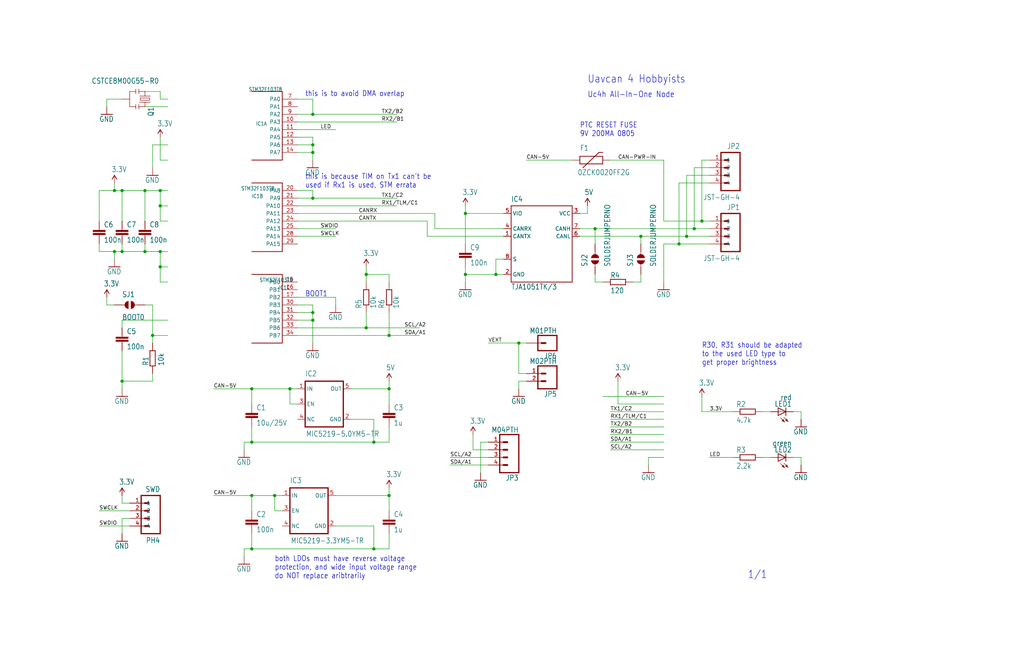
<source format=kicad_sch>
(kicad_sch (version 20211123) (generator eeschema)
  (paper "User" 340.919 218.313)
  (lib_symbols
    (symbol "uc4h node v2100-eagle-import:3.3V" (power)
      (property "Value" "3.3V" (at -1.016 3.556 0))
      (symbol "3.3V_1_0"
        (pin power_in line (at 0 0 90) (length 2.54) (name "3.3V") (number "1"))
      )
    )
    (symbol "uc4h node v2100-eagle-import:5V" (power)
      (property "Value" "5V" (at -1.016 3.556 0))
      (symbol "5V_1_0"
        (pin power_in line (at 0 0 90) (length 2.54) (name "5V") (number "1"))
      )
    )
    (symbol "uc4h node v2100-eagle-import:C-EUC0603K"
      (property "Reference" "C" (at 1.524 0.381 0))
      (property "Value" "C-EUC0603K" (at 1.524 -4.699 0))
      (symbol "C-EUC0603K_1_0"
        (pin passive line (at 0 2.54 270) (length 2.54) (name "1") (number "1"))
        (pin passive line (at 0 -5.08 90) (length 2.54) (name "2") (number "2"))
      )
    )
    (symbol "uc4h node v2100-eagle-import:C-EUC1206"
      (property "Reference" "C" (at 1.524 0.381 0))
      (property "Value" "C-EUC1206" (at 1.524 -4.699 0))
      (symbol "C-EUC1206_1_0"
        (pin passive line (at 0 2.54 270) (length 2.54) (name "1") (number "1"))
        (pin passive line (at 0 -5.08 90) (length 2.54) (name "2") (number "2"))
      )
    )
    (symbol "uc4h node v2100-eagle-import:FUSE-PTCFUSE-0805"
      (property "Value" "FUSE-PTCFUSE-0805" (at -3.302 -5.08 0))
      (symbol "FUSE-PTCFUSE-0805_1_0"
        (pin bidirectional line (at -5.08 0 0) (length 2.54) (name "1") (number "1"))
        (pin bidirectional line (at 7.62 0 180) (length 2.54) (name "2") (number "2"))
      )
    )
    (symbol "uc4h node v2100-eagle-import:GND" (power)
      (property "Value" "GND" (at -2.54 -2.54 0))
      (symbol "GND_1_0"
        (pin power_in line (at 0 2.54 270) (length 2.54) (name "GND") (number "1"))
      )
    )
    (symbol "uc4h node v2100-eagle-import:JST-GH-4"
      (property "Value" "JST-GH-4" (at 0 -11.43 0))
      (symbol "JST-GH-4_1_0"
        (pin passive line (at -10.16 0 0) (length 5.08) (name "1") (number "1"))
        (pin passive line (at -10.16 -2.54 0) (length 5.08) (name "2") (number "2"))
        (pin passive line (at -10.16 -5.08 0) (length 5.08) (name "3") (number "3"))
        (pin passive line (at -10.16 -7.62 0) (length 5.08) (name "4") (number "4"))
      )
    )
    (symbol "uc4h node v2100-eagle-import:LEDCHIPLED_0603"
      (property "Reference" "LED" (at 3.556 -4.572 90))
      (property "Value" "LEDCHIPLED_0603" (at 5.715 -4.572 90))
      (symbol "LEDCHIPLED_0603_1_0"
        (pin passive line (at 0 2.54 270) (length 2.54) (name "A") (number "A"))
        (pin passive line (at 0 -5.08 90) (length 2.54) (name "C") (number "C"))
      )
    )
    (symbol "uc4h node v2100-eagle-import:M01PTH"
      (property "Reference" "JP" (at -2.54 3.302 0))
      (property "Value" "M01PTH" (at -2.54 -5.08 0))
      (symbol "M01PTH_1_0"
        (pin passive line (at 7.62 0 180) (length 5.08) (name "1") (number "1"))
      )
    )
    (symbol "uc4h node v2100-eagle-import:M02PTH"
      (property "Reference" "JP" (at -2.54 5.842 0))
      (property "Value" "M02PTH" (at -2.54 -5.08 0))
      (symbol "M02PTH_1_0"
        (pin passive line (at 7.62 0 180) (length 5.08) (name "1") (number "1"))
        (pin passive line (at 7.62 2.54 180) (length 5.08) (name "2") (number "2"))
      )
    )
    (symbol "uc4h node v2100-eagle-import:M04PTH"
      (property "Reference" "JP" (at -5.08 8.382 0))
      (property "Value" "M04PTH" (at -5.08 -7.62 0))
      (symbol "M04PTH_1_0"
        (pin passive line (at 5.08 -2.54 180) (length 5.08) (name "1") (number "1"))
        (pin passive line (at 5.08 0 180) (length 5.08) (name "2") (number "2"))
        (pin passive line (at 5.08 2.54 180) (length 5.08) (name "3") (number "3"))
        (pin passive line (at 5.08 5.08 180) (length 5.08) (name "4") (number "4"))
      )
    )
    (symbol "uc4h node v2100-eagle-import:P4X1_1P27-OCT_BILEX"
      (property "Reference" "JP" (at 0 5.588 0))
      (property "Value" "P4X1_1P27-OCT_BILEX" (at 0 -11.43 0))
      (symbol "P4X1_1P27-OCT_BILEX_1_0"
        (pin passive line (at -10.16 0 0) (length 5.08) (name "1") (number "1"))
        (pin passive line (at -10.16 -2.54 0) (length 5.08) (name "2") (number "2"))
        (pin passive line (at -10.16 -5.08 0) (length 5.08) (name "3") (number "3"))
        (pin passive line (at -10.16 -7.62 0) (length 5.08) (name "4") (number "4"))
      )
    )
    (symbol "uc4h node v2100-eagle-import:R-EU_R0603"
      (property "Reference" "R" (at -3.81 1.4986 0))
      (property "Value" "R-EU_R0603" (at -3.81 -3.302 0))
      (symbol "R-EU_R0603_1_0"
        (pin passive line (at -5.08 0 0) (length 2.54) (name "1") (number "1"))
        (pin passive line (at 5.08 0 180) (length 2.54) (name "2") (number "2"))
      )
    )
    (symbol "uc4h node v2100-eagle-import:RESONATORSMD"
      (property "Reference" "Y" (at 2.54 1.016 0))
      (property "Value" "RESONATORSMD" (at 2.54 -7.62 0))
      (symbol "RESONATORSMD_1_0"
        (pin passive line (at -2.54 0 0) (length 0) (name "1") (number "1"))
        (pin passive line (at 0 -7.62 90) (length 0) (name "2") (number "2"))
        (pin passive line (at 2.54 0 180) (length 0) (name "3") (number "3"))
      )
    )
    (symbol "uc4h node v2100-eagle-import:SOLDERJUMPERNO"
      (property "Reference" "SJ" (at -2.54 2.54 0))
      (property "Value" "SOLDERJUMPERNO" (at -2.54 -5.08 0))
      (symbol "SOLDERJUMPERNO_1_0"
        (pin passive line (at -5.08 0 0) (length 2.54) (name "1") (number "1"))
        (pin passive line (at 5.08 0 180) (length 2.54) (name "2") (number "2"))
      )
    )
    (symbol "uc4h node v2100-eagle-import:STM32F10XTXU6"
      (property "Reference" "U" (at -5.08 5.08 0))
      (property "Value" "STM32F10XTXU6" (at -5.08 -7.62 0))
      (symbol "STM32F10XTXU6_1_0"
        (pin bidirectional line (at -7.62 0 0) (length 5.08) (name "PA3") (number "10"))
        (pin bidirectional line (at -7.62 -2.54 0) (length 5.08) (name "PA4") (number "11"))
        (pin bidirectional line (at -7.62 -5.08 0) (length 5.08) (name "PA5") (number "12"))
        (pin bidirectional line (at -7.62 -7.62 0) (length 5.08) (name "PA6") (number "13"))
        (pin bidirectional line (at -7.62 -10.16 0) (length 5.08) (name "PA7") (number "14"))
        (pin bidirectional line (at -7.62 7.62 0) (length 5.08) (name "PA0") (number "7"))
        (pin bidirectional line (at -7.62 5.08 0) (length 5.08) (name "PA1") (number "8"))
        (pin bidirectional line (at -7.62 2.54 0) (length 5.08) (name "PA2") (number "9"))
      )
      (symbol "STM32F10XTXU6_2_0"
        (pin bidirectional line (at -7.62 10.16 0) (length 5.08) (name "PA8") (number "20"))
        (pin bidirectional line (at -7.62 7.62 0) (length 5.08) (name "PA9") (number "21"))
        (pin bidirectional line (at -7.62 5.08 0) (length 5.08) (name "PA10") (number "22"))
        (pin bidirectional line (at -7.62 2.54 0) (length 5.08) (name "PA11") (number "23"))
        (pin bidirectional line (at -7.62 0 0) (length 5.08) (name "PA12") (number "24"))
        (pin bidirectional line (at -7.62 -2.54 0) (length 5.08) (name "PA13") (number "25"))
        (pin bidirectional line (at -7.62 -5.08 0) (length 5.08) (name "PA14") (number "28"))
        (pin bidirectional line (at -7.62 -7.62 0) (length 5.08) (name "PA15") (number "29"))
      )
      (symbol "STM32F10XTXU6_3_0"
        (pin bidirectional line (at 10.16 10.16 180) (length 5.08) (name "PB0") (number "15"))
        (pin bidirectional line (at 10.16 7.62 180) (length 5.08) (name "PB1") (number "16"))
        (pin bidirectional line (at 10.16 5.08 180) (length 5.08) (name "PB2") (number "17"))
        (pin bidirectional line (at 10.16 2.54 180) (length 5.08) (name "PB3") (number "30"))
        (pin bidirectional line (at 10.16 0 180) (length 5.08) (name "PB4") (number "31"))
        (pin bidirectional line (at 10.16 -2.54 180) (length 5.08) (name "PB5") (number "32"))
        (pin bidirectional line (at 10.16 -5.08 180) (length 5.08) (name "PB6") (number "33"))
        (pin bidirectional line (at 10.16 -7.62 180) (length 5.08) (name "PB7") (number "34"))
      )
      (symbol "STM32F10XTXU6_4_0"
        (pin power_in line (at -10.16 5.08 0) (length 5.08) (name "VDD_3") (number "1"))
        (pin power_in line (at -10.16 -5.08 0) (length 5.08) (name "VSS_1") (number "18"))
        (pin power_in line (at -10.16 15.24 0) (length 5.08) (name "VDD_1") (number "19"))
        (pin power_in line (at -10.16 -10.16 0) (length 5.08) (name "VSS_2") (number "26"))
        (pin power_in line (at -10.16 10.16 0) (length 5.08) (name "VDD_2") (number "27"))
        (pin power_in line (at -10.16 -15.24 0) (length 5.08) (name "VSS_3") (number "36"))
      )
      (symbol "STM32F10XTXU6_5_0"
        (pin bidirectional line (at 7.62 0 180) (length 5.08) (name "PD0/OSC<=") (number "2"))
        (pin bidirectional line (at 7.62 -2.54 180) (length 5.08) (name "PD1/OSC=>") (number "3"))
      )
      (symbol "STM32F10XTXU6_6_0"
        (pin power_in line (at 10.16 2.54 180) (length 5.08) (name "VSSA") (number "5"))
        (pin power_in line (at 10.16 -2.54 180) (length 5.08) (name "VDDA") (number "6"))
      )
      (symbol "STM32F10XTXU6_7_0"
        (pin input line (at 10.16 -2.54 180) (length 5.08) (name "BOOT0") (number "35"))
        (pin input inverted (at 10.16 2.54 180) (length 5.08) (name "NRST") (number "4"))
      )
    )
    (symbol "uc4h node v2100-eagle-import:TJA1051TK{slash}3"
      (property "Value" "TJA1051TK{slash}3" (at -10.16 -15.24 0))
      (symbol "TJA1051TK{slash}3_1_0"
        (pin input line (at -12.7 2.54 0) (length 2.54) (name "CANTX") (number "1"))
        (pin power_in line (at -12.7 -10.16 0) (length 2.54) (name "GND") (number "2"))
        (pin power_in line (at 12.7 10.16 180) (length 2.54) (name "VCC") (number "3"))
        (pin output line (at -12.7 5.08 0) (length 2.54) (name "CANRX") (number "4"))
        (pin power_in line (at -12.7 10.16 0) (length 2.54) (name "VIO") (number "5"))
        (pin bidirectional line (at 12.7 2.54 180) (length 2.54) (name "CANL") (number "6"))
        (pin bidirectional line (at 12.7 5.08 180) (length 2.54) (name "CANH") (number "7"))
        (pin input line (at -12.7 -5.08 0) (length 2.54) (name "S") (number "8"))
      )
    )
    (symbol "uc4h node v2100-eagle-import:V_REG_TPS76433SOT23-5"
      (property "Reference" "IC" (at -7.62 9.144 0))
      (property "Value" "V_REG_TPS76433SOT23-5" (at -7.366 -10.922 0))
      (symbol "V_REG_TPS76433SOT23-5_1_0"
        (pin power_in line (at -10.16 5.08 0) (length 2.54) (name "IN") (number "1"))
        (pin power_in line (at 7.62 -5.08 180) (length 2.54) (name "GND") (number "2"))
        (pin input line (at -10.16 0 0) (length 2.54) (name "EN") (number "3"))
        (pin passive line (at -10.16 -5.08 0) (length 2.54) (name "NC") (number "4"))
        (pin output line (at 7.62 5.08 180) (length 2.54) (name "OUT") (number "5"))
      )
    )
  )
  (junction (at 83.82 129.54))
  (junction (at 104.14 38.1))
  (junction (at 104.14 66.04))
  (junction (at 129.54 165.1))
  (junction (at 53.34 88.9))
  (junction (at 124.46 147.32))
  (junction (at 226.06 81.28))
  (junction (at 154.94 71.12))
  (junction (at 104.14 106.68))
  (junction (at 129.54 111.76))
  (junction (at 48.26 63.5))
  (junction (at 83.82 147.32))
  (junction (at 129.54 129.54))
  (junction (at 172.72 114.3))
  (junction (at 53.34 63.5))
  (junction (at 198.12 76.2))
  (junction (at 233.68 73.66))
  (junction (at 228.6 78.74))
  (junction (at 154.94 91.44))
  (junction (at 124.46 182.88))
  (junction (at 104.14 48.26))
  (junction (at 38.1 83.82))
  (junction (at 50.8 111.76))
  (junction (at 104.14 50.8))
  (junction (at 53.34 68.58))
  (junction (at 91.44 165.1))
  (junction (at 53.34 83.82))
  (junction (at 213.36 78.74))
  (junction (at 96.52 129.54))
  (junction (at 231.14 76.2))
  (junction (at 121.92 109.22))
  (junction (at 104.14 104.14))
  (junction (at 40.64 83.82))
  (junction (at 121.92 91.44))
  (junction (at 38.1 63.5))
  (junction (at 83.82 182.88))
  (junction (at 40.64 63.5))
  (junction (at 40.64 127))
  (junction (at 165.1 91.44))
  (junction (at 83.82 165.1))
  (junction (at 48.26 83.82))
  (wire (pts (xy 172.72 124.46) (xy 175.26 124.46)))
  (wire (pts (xy 53.34 68.58) (xy 53.34 73.66)))
  (wire (pts (xy 104.14 33.02) (xy 104.14 38.1)))
  (wire (pts (xy 53.34 83.82) (xy 53.34 88.9)))
  (wire (pts (xy 40.64 172.72) (xy 40.64 177.8)))
  (wire (pts (xy 53.34 73.66) (xy 55.88 73.66)))
  (wire (pts (xy 124.46 182.88) (xy 129.54 182.88)))
  (wire (pts (xy 99.06 45.72) (xy 104.14 45.72)))
  (wire (pts (xy 111.76 175.26) (xy 124.46 175.26)))
  (wire (pts (xy 99.06 106.68) (xy 104.14 106.68)))
  (wire (pts (xy 55.88 111.76) (xy 50.8 111.76)))
  (wire (pts (xy 167.64 86.36) (xy 165.1 86.36)))
  (wire (pts (xy 48.26 83.82) (xy 40.64 83.82)))
  (wire (pts (xy 83.82 165.1) (xy 71.12 165.1)))
  (wire (pts (xy 220.98 139.7) (xy 203.2 139.7)))
  (wire (pts (xy 48.26 83.82) (xy 53.34 83.82)))
  (wire (pts (xy 243.84 137.16) (xy 233.68 137.16)))
  (wire (pts (xy 40.64 106.68) (xy 40.64 109.22)))
  (wire (pts (xy 99.06 104.14) (xy 104.14 104.14)))
  (wire (pts (xy 38.1 60.96) (xy 38.1 63.5)))
  (wire (pts (xy 50.8 124.46) (xy 50.8 127)))
  (wire (pts (xy 129.54 170.18) (xy 129.54 165.1)))
  (wire (pts (xy 167.64 71.12) (xy 154.94 71.12)))
  (wire (pts (xy 99.06 66.04) (xy 104.14 66.04)))
  (wire (pts (xy 220.98 81.28) (xy 220.98 93.98)))
  (wire (pts (xy 198.12 76.2) (xy 198.12 81.28)))
  (wire (pts (xy 40.64 63.5) (xy 38.1 63.5)))
  (wire (pts (xy 220.98 132.08) (xy 200.66 132.08)))
  (wire (pts (xy 99.06 40.64) (xy 132.08 40.64)))
  (wire (pts (xy 50.8 101.6) (xy 50.8 111.76)))
  (wire (pts (xy 99.06 48.26) (xy 104.14 48.26)))
  (wire (pts (xy 83.82 129.54) (xy 83.82 134.62)))
  (wire (pts (xy 205.74 134.62) (xy 205.74 127)))
  (wire (pts (xy 175.26 114.3) (xy 172.72 114.3)))
  (wire (pts (xy 266.7 137.16) (xy 266.7 139.7)))
  (wire (pts (xy 104.14 48.26) (xy 104.14 50.8)))
  (wire (pts (xy 48.26 101.6) (xy 50.8 101.6)))
  (wire (pts (xy 81.28 182.88) (xy 81.28 185.42)))
  (wire (pts (xy 99.06 73.66) (xy 142.24 73.66)))
  (wire (pts (xy 53.34 63.5) (xy 53.34 68.58)))
  (wire (pts (xy 50.8 111.76) (xy 50.8 114.3)))
  (wire (pts (xy 91.44 165.1) (xy 91.44 170.18)))
  (wire (pts (xy 40.64 73.66) (xy 40.64 63.5)))
  (wire (pts (xy 154.94 68.58) (xy 154.94 71.12)))
  (wire (pts (xy 129.54 127) (xy 129.54 129.54)))
  (wire (pts (xy 55.88 83.82) (xy 53.34 83.82)))
  (wire (pts (xy 198.12 76.2) (xy 231.14 76.2)))
  (wire (pts (xy 198.12 91.44) (xy 198.12 93.98)))
  (wire (pts (xy 231.14 55.88) (xy 231.14 76.2)))
  (wire (pts (xy 104.14 50.8) (xy 104.14 53.34)))
  (wire (pts (xy 129.54 91.44) (xy 121.92 91.44)))
  (wire (pts (xy 99.06 134.62) (xy 96.52 134.62)))
  (wire (pts (xy 35.56 33.02) (xy 35.56 35.56)))
  (wire (pts (xy 129.54 182.88) (xy 129.54 177.8)))
  (wire (pts (xy 43.18 170.18) (xy 33.02 170.18)))
  (wire (pts (xy 254 152.4) (xy 256.54 152.4)))
  (wire (pts (xy 121.92 91.44) (xy 121.92 93.98)))
  (wire (pts (xy 190.5 53.34) (xy 175.26 53.34)))
  (wire (pts (xy 53.34 53.34) (xy 55.88 53.34)))
  (wire (pts (xy 38.1 86.36) (xy 38.1 83.82)))
  (wire (pts (xy 220.98 147.32) (xy 203.2 147.32)))
  (wire (pts (xy 129.54 142.24) (xy 129.54 147.32)))
  (wire (pts (xy 213.36 81.28) (xy 213.36 78.74)))
  (wire (pts (xy 142.24 78.74) (xy 142.24 73.66)))
  (wire (pts (xy 167.64 76.2) (xy 144.78 76.2)))
  (wire (pts (xy 53.34 30.48) (xy 48.26 30.48)))
  (wire (pts (xy 99.06 33.02) (xy 104.14 33.02)))
  (wire (pts (xy 40.64 127) (xy 40.64 116.84)))
  (wire (pts (xy 121.92 109.22) (xy 139.7 109.22)))
  (wire (pts (xy 266.7 152.4) (xy 266.7 154.94)))
  (wire (pts (xy 193.04 71.12) (xy 195.58 71.12)))
  (wire (pts (xy 162.56 149.86) (xy 157.48 149.86)))
  (wire (pts (xy 99.06 99.06) (xy 111.76 99.06)))
  (wire (pts (xy 213.36 78.74) (xy 228.6 78.74)))
  (wire (pts (xy 236.22 152.4) (xy 243.84 152.4)))
  (wire (pts (xy 40.64 167.64) (xy 40.64 165.1)))
  (wire (pts (xy 162.56 147.32) (xy 160.02 147.32)))
  (wire (pts (xy 93.98 165.1) (xy 91.44 165.1)))
  (wire (pts (xy 264.16 152.4) (xy 266.7 152.4)))
  (wire (pts (xy 236.22 53.34) (xy 233.68 53.34)))
  (wire (pts (xy 233.68 53.34) (xy 233.68 73.66)))
  (wire (pts (xy 233.68 73.66) (xy 220.98 73.66)))
  (wire (pts (xy 233.68 132.08) (xy 233.68 137.16)))
  (wire (pts (xy 99.06 38.1) (xy 104.14 38.1)))
  (wire (pts (xy 220.98 149.86) (xy 203.2 149.86)))
  (wire (pts (xy 99.06 68.58) (xy 132.08 68.58)))
  (wire (pts (xy 254 137.16) (xy 256.54 137.16)))
  (wire (pts (xy 205.74 134.62) (xy 220.98 134.62)))
  (wire (pts (xy 53.34 45.72) (xy 53.34 53.34)))
  (wire (pts (xy 55.88 63.5) (xy 53.34 63.5)))
  (wire (pts (xy 48.26 73.66) (xy 48.26 63.5)))
  (wire (pts (xy 220.98 53.34) (xy 203.2 53.34)))
  (wire (pts (xy 124.46 147.32) (xy 83.82 147.32)))
  (wire (pts (xy 38.1 101.6) (xy 35.56 101.6)))
  (wire (pts (xy 195.58 68.58) (xy 195.58 71.12)))
  (wire (pts (xy 220.98 152.4) (xy 215.9 152.4)))
  (wire (pts (xy 172.72 114.3) (xy 162.56 114.3)))
  (wire (pts (xy 81.28 147.32) (xy 81.28 149.86)))
  (wire (pts (xy 55.88 106.68) (xy 40.64 106.68)))
  (wire (pts (xy 226.06 81.28) (xy 220.98 81.28)))
  (wire (pts (xy 124.46 175.26) (xy 124.46 182.88)))
  (wire (pts (xy 154.94 71.12) (xy 154.94 81.28)))
  (wire (pts (xy 99.06 71.12) (xy 144.78 71.12)))
  (wire (pts (xy 129.54 93.98) (xy 129.54 91.44)))
  (wire (pts (xy 43.18 172.72) (xy 40.64 172.72)))
  (wire (pts (xy 83.82 142.24) (xy 83.82 147.32)))
  (wire (pts (xy 33.02 73.66) (xy 33.02 63.5)))
  (wire (pts (xy 165.1 91.44) (xy 154.94 91.44)))
  (wire (pts (xy 154.94 91.44) (xy 154.94 88.9)))
  (wire (pts (xy 264.16 137.16) (xy 266.7 137.16)))
  (wire (pts (xy 99.06 129.54) (xy 96.52 129.54)))
  (wire (pts (xy 213.36 93.98) (xy 210.82 93.98)))
  (wire (pts (xy 104.14 101.6) (xy 104.14 104.14)))
  (wire (pts (xy 236.22 81.28) (xy 226.06 81.28)))
  (wire (pts (xy 157.48 149.86) (xy 157.48 144.78)))
  (wire (pts (xy 40.64 129.54) (xy 40.64 127)))
  (wire (pts (xy 104.14 104.14) (xy 104.14 106.68)))
  (wire (pts (xy 55.88 48.26) (xy 50.8 48.26)))
  (wire (pts (xy 83.82 182.88) (xy 124.46 182.88)))
  (wire (pts (xy 99.06 43.18) (xy 111.76 43.18)))
  (wire (pts (xy 121.92 104.14) (xy 121.92 109.22)))
  (wire (pts (xy 154.94 93.98) (xy 154.94 91.44)))
  (wire (pts (xy 172.72 127) (xy 172.72 129.54)))
  (wire (pts (xy 96.52 134.62) (xy 96.52 129.54)))
  (wire (pts (xy 91.44 165.1) (xy 83.82 165.1)))
  (wire (pts (xy 96.52 129.54) (xy 83.82 129.54)))
  (wire (pts (xy 33.02 83.82) (xy 33.02 81.28)))
  (wire (pts (xy 175.26 127) (xy 172.72 127)))
  (wire (pts (xy 129.54 104.14) (xy 129.54 111.76)))
  (wire (pts (xy 43.18 175.26) (xy 33.02 175.26)))
  (wire (pts (xy 40.64 81.28) (xy 40.64 83.82)))
  (wire (pts (xy 215.9 152.4) (xy 215.9 154.94)))
  (wire (pts (xy 104.14 45.72) (xy 104.14 48.26)))
  (wire (pts (xy 167.64 91.44) (xy 165.1 91.44)))
  (wire (pts (xy 83.82 129.54) (xy 71.12 129.54)))
  (wire (pts (xy 38.1 63.5) (xy 33.02 63.5)))
  (wire (pts (xy 104.14 66.04) (xy 132.08 66.04)))
  (wire (pts (xy 236.22 60.96) (xy 226.06 60.96)))
  (wire (pts (xy 167.64 78.74) (xy 142.24 78.74)))
  (wire (pts (xy 162.56 154.94) (xy 149.86 154.94)))
  (wire (pts (xy 99.06 111.76) (xy 129.54 111.76)))
  (wire (pts (xy 111.76 99.06) (xy 111.76 101.6)))
  (wire (pts (xy 236.22 58.42) (xy 228.6 58.42)))
  (wire (pts (xy 226.06 60.96) (xy 226.06 81.28)))
  (wire (pts (xy 50.8 48.26) (xy 50.8 55.88)))
  (wire (pts (xy 236.22 73.66) (xy 233.68 73.66)))
  (wire (pts (xy 160.02 147.32) (xy 160.02 157.48)))
  (wire (pts (xy 220.98 137.16) (xy 203.2 137.16)))
  (wire (pts (xy 53.34 93.98) (xy 55.88 93.98)))
  (wire (pts (xy 38.1 83.82) (xy 33.02 83.82)))
  (wire (pts (xy 104.14 106.68) (xy 104.14 114.3)))
  (wire (pts (xy 99.06 109.22) (xy 121.92 109.22)))
  (wire (pts (xy 228.6 58.42) (xy 228.6 78.74)))
  (wire (pts (xy 104.14 63.5) (xy 104.14 66.04)))
  (wire (pts (xy 116.84 129.54) (xy 129.54 129.54)))
  (wire (pts (xy 99.06 76.2) (xy 111.76 76.2)))
  (wire (pts (xy 104.14 38.1) (xy 132.08 38.1)))
  (wire (pts (xy 220.98 144.78) (xy 203.2 144.78)))
  (wire (pts (xy 220.98 73.66) (xy 220.98 53.34)))
  (wire (pts (xy 129.54 129.54) (xy 129.54 134.62)))
  (wire (pts (xy 91.44 170.18) (xy 93.98 170.18)))
  (wire (pts (xy 48.26 35.56) (xy 55.88 35.56)))
  (wire (pts (xy 53.34 30.48) (xy 53.34 33.02)))
  (wire (pts (xy 129.54 111.76) (xy 139.7 111.76)))
  (wire (pts (xy 162.56 152.4) (xy 149.86 152.4)))
  (wire (pts (xy 99.06 63.5) (xy 104.14 63.5)))
  (wire (pts (xy 172.72 114.3) (xy 172.72 124.46)))
  (wire (pts (xy 193.04 78.74) (xy 213.36 78.74)))
  (wire (pts (xy 40.64 33.02) (xy 35.56 33.02)))
  (wire (pts (xy 99.06 78.74) (xy 111.76 78.74)))
  (wire (pts (xy 40.64 83.82) (xy 38.1 83.82)))
  (wire (pts (xy 198.12 93.98) (xy 200.66 93.98)))
  (wire (pts (xy 99.06 50.8) (xy 104.14 50.8)))
  (wire (pts (xy 228.6 78.74) (xy 236.22 78.74)))
  (wire (pts (xy 43.18 167.64) (xy 40.64 167.64)))
  (wire (pts (xy 83.82 170.18) (xy 83.82 165.1)))
  (wire (pts (xy 111.76 165.1) (xy 129.54 165.1)))
  (wire (pts (xy 99.06 101.6) (xy 104.14 101.6)))
  (wire (pts (xy 55.88 68.58) (xy 53.34 68.58)))
  (wire (pts (xy 35.56 101.6) (xy 35.56 99.06)))
  (wire (pts (xy 83.82 177.8) (xy 83.82 182.88)))
  (wire (pts (xy 121.92 88.9) (xy 121.92 91.44)))
  (wire (pts (xy 129.54 147.32) (xy 124.46 147.32)))
  (wire (pts (xy 81.28 182.88) (xy 83.82 182.88)))
  (wire (pts (xy 48.26 63.5) (xy 40.64 63.5)))
  (wire (pts (xy 53.34 88.9) (xy 53.34 93.98)))
  (wire (pts (xy 220.98 142.24) (xy 203.2 142.24)))
  (wire (pts (xy 213.36 91.44) (xy 213.36 93.98)))
  (wire (pts (xy 236.22 55.88) (xy 231.14 55.88)))
  (wire (pts (xy 165.1 86.36) (xy 165.1 91.44)))
  (wire (pts (xy 53.34 63.5) (xy 48.26 63.5)))
  (wire (pts (xy 48.26 81.28) (xy 48.26 83.82)))
  (wire (pts (xy 55.88 88.9) (xy 53.34 88.9)))
  (wire (pts (xy 124.46 139.7) (xy 124.46 147.32)))
  (wire (pts (xy 193.04 76.2) (xy 198.12 76.2)))
  (wire (pts (xy 231.14 76.2) (xy 236.22 76.2)))
  (wire (pts (xy 53.34 33.02) (xy 55.88 33.02)))
  (wire (pts (xy 129.54 165.1) (xy 129.54 162.56)))
  (wire (pts (xy 144.78 76.2) (xy 144.78 71.12)))
  (wire (pts (xy 116.84 139.7) (xy 124.46 139.7)))
  (wire (pts (xy 50.8 127) (xy 40.64 127)))
  (wire (pts (xy 83.82 147.32) (xy 81.28 147.32)))
  (text "BOOT1" (at 101.6 99.06 180) (effects (font (size 1.778 1.5113)) (justify left bottom)))
  (text "this is because TIM on Tx1 can't be\nused if Rx1 is used, STM errata" (at 101.6 62.865 0) (effects (font (size 1.778 1.5113)) (justify left bottom)))
  (text "Uavcan 4 Hobbyists" (at 195.58 27.94 180) (effects (font (size 2.54 2.159)) (justify left bottom)))
  (text "Uc4h All-In-One Node" (at 195.58 30.48 180) (effects (font (size 1.9304 1.6408)) (justify left top)))
  (text "PTC RESET FUSE\n9V 200MA 0805" (at 193.04 45.72 180) (effects (font (size 1.778 1.5113)) (justify left bottom)))
  (text "both LDOs must have reverse voltage\nprotection, and wide input voltage range\ndo NOT replace aribtrarily" (at 91.44 193.04 0) (effects (font (size 1.778 1.5113)) (justify left bottom)))
  (text "this is to avoid DMA overlap" (at 101.6 32.385 180) (effects (font (size 1.778 1.5113)) (justify left bottom)))
  (text "R30, R31 should be adapted\nto the used LED type to\nget proper brightness" (at 233.68 121.92 0) (effects (font (size 1.778 1.5113)) (justify left bottom)))
  (text "1/1" (at 248.92 193.04 180) (effects (font (size 2.54 2.159)) (justify left bottom)))
  (label "SWDIO" (at 33.02 175.26 0) (effects (font (size 1.2446 1.2446))))
  (label "RX2/B1" (at 203.2 144.78 0) (effects (font (size 1.2446 1.2446))))
  (label "CAN-5V" (at 71.12 129.54 0) (effects (font (size 1.2446 1.2446))))
  (label "VEXT" (at 162.56 114.3 0) (effects (font (size 1.2446 1.2446))))
  (label "RX2/B1" (at 127 40.64 0) (effects (font (size 1.2446 1.2446))))
  (label "SDA/A1" (at 203.2 147.32 0) (effects (font (size 1.2446 1.2446))))
  (label "SDA/A1" (at 149.86 154.94 0) (effects (font (size 1.2446 1.2446))))
  (label "TX1/C2" (at 127 66.04 0) (effects (font (size 1.2446 1.2446))))
  (label "CANRX" (at 119.38 71.12 0) (effects (font (size 1.2446 1.2446))))
  (label "SCL/A2" (at 203.2 149.86 0) (effects (font (size 1.2446 1.2446))))
  (label "SWDIO" (at 106.68 76.2 0) (effects (font (size 1.2446 1.2446))))
  (label "CAN-PWR-IN" (at 205.74 53.34 0) (effects (font (size 1.2446 1.2446))))
  (label "TX1/C2" (at 203.2 137.16 0) (effects (font (size 1.2446 1.2446))))
  (label "SWCLK" (at 33.02 170.18 0) (effects (font (size 1.2446 1.2446))))
  (label "CAN-5V" (at 208.28 132.08 0) (effects (font (size 1.2446 1.2446))))
  (label "SDA/A1" (at 134.62 111.76 0) (effects (font (size 1.2446 1.2446))))
  (label "TX2/B2" (at 127 38.1 0) (effects (font (size 1.2446 1.2446))))
  (label "SWCLK" (at 106.68 78.74 0) (effects (font (size 1.2446 1.2446))))
  (label "TX2/B2" (at 203.2 142.24 0) (effects (font (size 1.2446 1.2446))))
  (label "SCL/A2" (at 149.86 152.4 0) (effects (font (size 1.2446 1.2446))))
  (label "RX1/TLM/C1" (at 203.2 139.7 0) (effects (font (size 1.2446 1.2446))))
  (label "3.3V" (at 236.22 137.16 0) (effects (font (size 1.2446 1.2446))))
  (label "CAN-5V" (at 175.26 53.34 0) (effects (font (size 1.2446 1.2446))))
  (label "LED" (at 236.22 152.4 0) (effects (font (size 1.2446 1.2446))))
  (label "RX1/TLM/C1" (at 127 68.58 0) (effects (font (size 1.2446 1.2446))))
  (label "SCL/A2" (at 134.62 109.22 0) (effects (font (size 1.2446 1.2446))))
  (label "LED" (at 106.68 43.18 0) (effects (font (size 1.2446 1.2446))))
  (label "CANTX" (at 119.38 73.66 0) (effects (font (size 1.2446 1.2446))))
  (label "CAN-5V" (at 71.12 165.1 0) (effects (font (size 1.2446 1.2446))))
  (symbol (lib_id "uc4h node v2100-eagle-import:SOLDERJUMPERNO") (at 43.18 101.6 0) (unit 1)
    (property "Reference" "SJ1" (at 40.64 99.06 0) (effects (font (size 1.778 1.5113)) (justify left bottom)))
    (property "Value" "BOOT0" (at 40.64 106.68 0) (effects (font (size 1.778 1.5113)) (justify left bottom)))
    (property "Footprint" "uc4h node v2100:SJ_2S-NO" (effects hide))
  )
  (symbol (lib_id "uc4h node v2100-eagle-import:M02PTH") (at 182.88 124.46 180) (unit 1)
    (property "Reference" "JP5" (at 185.42 130.302 0) (effects (font (size 1.778 1.5113)) (justify left bottom)))
    (property "Value" "M02PTH" (at 185.42 119.38 0) (effects (font (size 1.778 1.5113)) (justify left bottom)))
    (property "Footprint" "uc4h node v2100:1X02" (effects hide))
  )
  (symbol (lib_id "uc4h node v2100-eagle-import:C-EUC0603K") (at 129.54 137.16 0) (unit 1)
    (property "Reference" "C3" (at 131.064 136.779 0) (effects (font (size 1.778 1.5113)) (justify left bottom)))
    (property "Value" "1u" (at 131.064 141.859 0) (effects (font (size 1.778 1.5113)) (justify left bottom)))
    (property "Footprint" "uc4h node v2100:C0603K" (effects hide))
  )
  (symbol (lib_id "uc4h node v2100-eagle-import:STM32F10XTXU6") (at 91.44 40.64 0) (mirror y) (unit 1)
    (property "Reference" "IC1" (at 88.9 41.91 0) (effects (font (size 1.27 1.0795)) (justify left bottom)))
    (property "Value" "STM32F103T8" (at 93.98 30.48 0) (effects (font (size 1.27 1.0795)) (justify left bottom)))
    (property "Footprint" "uc4h node v2100:VFQFPN36" (effects hide))
  )
  (symbol (lib_id "uc4h node v2100-eagle-import:GND") (at 111.76 104.14 0) (unit 1)
    (property "Reference" "#GND2" (effects hide))
    (property "Value" "GND" (at 109.22 106.68 0) (effects (font (size 1.778 1.5113)) (justify left bottom)))
    (property "Footprint" "uc4h node v2100:" (effects hide))
  )
  (symbol (lib_id "uc4h node v2100-eagle-import:3.3V") (at 40.64 165.1 0) (unit 1)
    (property "Reference" "#P+3" (effects hide))
    (property "Value" "3.3V" (at 39.624 161.544 0) (effects (font (size 1.778 1.5113)) (justify left bottom)))
    (property "Footprint" "uc4h node v2100:" (effects hide))
  )
  (symbol (lib_id "uc4h node v2100-eagle-import:M04PTH") (at 167.64 149.86 180) (unit 1)
    (property "Reference" "JP3" (at 172.72 158.242 0) (effects (font (size 1.778 1.5113)) (justify left bottom)))
    (property "Value" "M04PTH" (at 172.72 142.24 0) (effects (font (size 1.778 1.5113)) (justify left bottom)))
    (property "Footprint" "uc4h node v2100:1X04" (effects hide))
  )
  (symbol (lib_id "uc4h node v2100-eagle-import:GND") (at 40.64 132.08 0) (unit 1)
    (property "Reference" "#GND3" (effects hide))
    (property "Value" "GND" (at 38.1 134.62 0) (effects (font (size 1.778 1.5113)) (justify left bottom)))
    (property "Footprint" "uc4h node v2100:" (effects hide))
  )
  (symbol (lib_id "uc4h node v2100-eagle-import:GND") (at 154.94 96.52 0) (unit 1)
    (property "Reference" "#GND10" (effects hide))
    (property "Value" "GND" (at 152.4 99.06 0) (effects (font (size 1.778 1.5113)) (justify left bottom)))
    (property "Footprint" "uc4h node v2100:" (effects hide))
  )
  (symbol (lib_id "uc4h node v2100-eagle-import:R-EU_R0603") (at 121.92 99.06 90) (unit 1)
    (property "Reference" "R5" (at 120.4214 102.87 0) (effects (font (size 1.778 1.5113)) (justify left bottom)))
    (property "Value" "10k" (at 125.222 102.87 0) (effects (font (size 1.778 1.5113)) (justify left bottom)))
    (property "Footprint" "uc4h node v2100:R0603" (effects hide))
  )
  (symbol (lib_id "uc4h node v2100-eagle-import:JST-GH-4") (at 246.38 53.34 0) (unit 1)
    (property "Reference" "JP2" (at 246.38 47.752 0) (effects (font (size 1.778 1.5113)) (justify right top)))
    (property "Value" "JST-GH-4" (at 246.38 64.77 0) (effects (font (size 1.778 1.5113)) (justify right top)))
    (property "Footprint" "uc4h node v2100:SM04B-GHS-TB" (effects hide))
  )
  (symbol (lib_id "uc4h node v2100-eagle-import:GND") (at 38.1 88.9 0) (unit 1)
    (property "Reference" "#GND6" (effects hide))
    (property "Value" "GND" (at 35.56 91.44 0) (effects (font (size 1.778 1.5113)) (justify left bottom)))
    (property "Footprint" "uc4h node v2100:" (effects hide))
  )
  (symbol (lib_id "uc4h node v2100-eagle-import:3.3V") (at 129.54 162.56 0) (unit 1)
    (property "Reference" "#P+2" (effects hide))
    (property "Value" "3.3V" (at 128.524 159.004 0) (effects (font (size 1.778 1.5113)) (justify left bottom)))
    (property "Footprint" "uc4h node v2100:" (effects hide))
  )
  (symbol (lib_id "uc4h node v2100-eagle-import:3.3V") (at 205.74 127 0) (unit 1)
    (property "Reference" "#P+10" (effects hide))
    (property "Value" "3.3V" (at 204.724 123.444 0) (effects (font (size 1.778 1.5113)) (justify left bottom)))
    (property "Footprint" "uc4h node v2100:" (effects hide))
  )
  (symbol (lib_id "uc4h node v2100-eagle-import:C-EUC0603K") (at 48.26 76.2 0) (unit 1)
    (property "Reference" "C8" (at 49.784 75.819 0) (effects (font (size 1.778 1.5113)) (justify left bottom)))
    (property "Value" "100n" (at 49.784 80.899 0) (effects (font (size 1.778 1.5113)) (justify left bottom)))
    (property "Footprint" "uc4h node v2100:C0603K" (effects hide))
  )
  (symbol (lib_id "uc4h node v2100-eagle-import:LEDCHIPLED_0603") (at 259.08 137.16 90) (unit 1)
    (property "Reference" "LED1" (at 263.652 133.604 90) (effects (font (size 1.778 1.5113)) (justify left bottom)))
    (property "Value" "red" (at 263.652 131.445 90) (effects (font (size 1.778 1.5113)) (justify left bottom)))
    (property "Footprint" "uc4h node v2100:CHIPLED_0603" (effects hide))
  )
  (symbol (lib_id "uc4h node v2100-eagle-import:V_REG_TPS76433SOT23-5") (at 104.14 170.18 0) (unit 1)
    (property "Reference" "IC3" (at 96.52 161.036 0) (effects (font (size 1.778 1.5113)) (justify left bottom)))
    (property "Value" "MIC5219-3.3YM5-TR" (at 96.774 181.102 0) (effects (font (size 1.778 1.5113)) (justify left bottom)))
    (property "Footprint" "uc4h node v2100:SOT23-5" (effects hide))
    (property "Datasheet" "https://datasheet.lcsc.com/lcsc/1811132212_Microchip-Tech-MIC5219-3-3YM5-TR_C29613.pdf" (effects hide))
    (property "LCSC" "C29613" (effects hide))
    (property "manf_num" "MIC5219-3.3YM5-TR" (effects hide))
  )
  (symbol (lib_id "uc4h node v2100-eagle-import:R-EU_R0603") (at 205.74 93.98 0) (unit 1)
    (property "Reference" "R4" (at 203.2 92.71 0) (effects (font (size 1.778 1.5113)) (justify left bottom)))
    (property "Value" "120" (at 203.2 97.79 0) (effects (font (size 1.778 1.5113)) (justify left bottom)))
    (property "Footprint" "uc4h node v2100:R0603" (effects hide))
  )
  (symbol (lib_id "uc4h node v2100-eagle-import:5V") (at 129.54 127 0) (unit 1)
    (property "Reference" "#U$1" (effects hide))
    (property "Value" "5V" (at 128.524 123.444 0) (effects (font (size 1.778 1.5113)) (justify left bottom)))
    (property "Footprint" "uc4h node v2100:" (effects hide))
  )
  (symbol (lib_id "uc4h node v2100-eagle-import:3.3V") (at 35.56 99.06 0) (unit 1)
    (property "Reference" "#P+1" (effects hide))
    (property "Value" "3.3V" (at 34.544 95.504 0) (effects (font (size 1.778 1.5113)) (justify left bottom)))
    (property "Footprint" "uc4h node v2100:" (effects hide))
  )
  (symbol (lib_id "uc4h node v2100-eagle-import:C-EUC1206") (at 83.82 137.16 0) (unit 1)
    (property "Reference" "C1" (at 85.344 136.779 0) (effects (font (size 1.778 1.5113)) (justify left bottom)))
    (property "Value" "10u/25V" (at 85.344 141.859 0) (effects (font (size 1.778 1.5113)) (justify left bottom)))
    (property "Footprint" "uc4h node v2100:C1206" (effects hide))
  )
  (symbol (lib_id "uc4h node v2100-eagle-import:GND") (at 50.8 58.42 0) (unit 1)
    (property "Reference" "#GND5" (effects hide))
    (property "Value" "GND" (at 48.26 60.96 0) (effects (font (size 1.778 1.5113)) (justify left bottom)))
    (property "Footprint" "uc4h node v2100:" (effects hide))
  )
  (symbol (lib_id "uc4h node v2100-eagle-import:GND") (at 160.02 160.02 0) (unit 1)
    (property "Reference" "#GND9" (effects hide))
    (property "Value" "GND" (at 157.48 162.56 0) (effects (font (size 1.778 1.5113)) (justify left bottom)))
    (property "Footprint" "uc4h node v2100:" (effects hide))
  )
  (symbol (lib_id "uc4h node v2100-eagle-import:SOLDERJUMPERNO") (at 213.36 86.36 90) (unit 1)
    (property "Reference" "SJ3" (at 210.82 88.9 0) (effects (font (size 1.778 1.5113)) (justify left bottom)))
    (property "Value" "SOLDERJUMPERNO" (at 218.44 88.9 0) (effects (font (size 1.778 1.5113)) (justify left bottom)))
    (property "Footprint" "uc4h node v2100:SJ_2S-NO" (effects hide))
  )
  (symbol (lib_id "uc4h node v2100-eagle-import:GND") (at 81.28 152.4 0) (unit 1)
    (property "Reference" "#GND11" (effects hide))
    (property "Value" "GND" (at 78.74 154.94 0) (effects (font (size 1.778 1.5113)) (justify left bottom)))
    (property "Footprint" "uc4h node v2100:" (effects hide))
  )
  (symbol (lib_id "uc4h node v2100-eagle-import:3.3V") (at 121.92 88.9 0) (unit 1)
    (property "Reference" "#P+5" (effects hide))
    (property "Value" "3.3V" (at 120.904 85.344 0) (effects (font (size 1.778 1.5113)) (justify left bottom)))
    (property "Footprint" "uc4h node v2100:" (effects hide))
  )
  (symbol (lib_id "uc4h node v2100-eagle-import:RESONATORSMD") (at 48.26 33.02 270) (unit 1)
    (property "Reference" "Q1" (at 49.276 35.56 0) (effects (font (size 1.778 1.5113)) (justify left bottom)))
    (property "Value" "CSTCE8M00G55-R0" (at 30.48 27.94 90) (effects (font (size 1.778 1.5113)) (justify left bottom)))
    (property "Footprint" "uc4h node v2100:RESONATOR-SMD" (effects hide))
  )
  (symbol (lib_id "uc4h node v2100-eagle-import:R-EU_R0603") (at 129.54 99.06 90) (unit 1)
    (property "Reference" "R6" (at 128.0414 102.87 0) (effects (font (size 1.778 1.5113)) (justify left bottom)))
    (property "Value" "10k" (at 132.842 102.87 0) (effects (font (size 1.778 1.5113)) (justify left bottom)))
    (property "Footprint" "uc4h node v2100:R0603" (effects hide))
  )
  (symbol (lib_id "uc4h node v2100-eagle-import:GND") (at 266.7 142.24 0) (unit 1)
    (property "Reference" "#GND13" (effects hide))
    (property "Value" "GND" (at 264.16 144.78 0) (effects (font (size 1.778 1.5113)) (justify left bottom)))
    (property "Footprint" "uc4h node v2100:" (effects hide))
  )
  (symbol (lib_id "uc4h node v2100-eagle-import:3.3V") (at 38.1 60.96 0) (unit 1)
    (property "Reference" "#P+7" (effects hide))
    (property "Value" "3.3V" (at 37.084 57.404 0) (effects (font (size 1.778 1.5113)) (justify left bottom)))
    (property "Footprint" "uc4h node v2100:" (effects hide))
  )
  (symbol (lib_id "uc4h node v2100-eagle-import:C-EUC0603K") (at 40.64 111.76 0) (unit 1)
    (property "Reference" "C5" (at 42.164 111.379 0) (effects (font (size 1.778 1.5113)) (justify left bottom)))
    (property "Value" "100n" (at 42.164 116.459 0) (effects (font (size 1.778 1.5113)) (justify left bottom)))
    (property "Footprint" "uc4h node v2100:C0603K" (effects hide))
  )
  (symbol (lib_id "uc4h node v2100-eagle-import:P4X1_1P27-OCT_BILEX") (at 53.34 167.64 0) (unit 1)
    (property "Reference" "SWD" (at 53.34 162.052 0) (effects (font (size 1.778 1.5113)) (justify right top)))
    (property "Value" "PH4" (at 53.34 179.07 0) (effects (font (size 1.778 1.5113)) (justify right top)))
    (property "Footprint" "uc4h node v2100:4X1_1P27_OCT_BILEX" (effects hide))
  )
  (symbol (lib_id "uc4h node v2100-eagle-import:GND") (at 104.14 116.84 0) (unit 1)
    (property "Reference" "#GND7" (effects hide))
    (property "Value" "GND" (at 101.6 119.38 0) (effects (font (size 1.778 1.5113)) (justify left bottom)))
    (property "Footprint" "uc4h node v2100:" (effects hide))
  )
  (symbol (lib_id "uc4h node v2100-eagle-import:GND") (at 35.56 38.1 0) (unit 1)
    (property "Reference" "#GND8" (effects hide))
    (property "Value" "GND" (at 33.02 40.64 0) (effects (font (size 1.778 1.5113)) (justify left bottom)))
    (property "Footprint" "uc4h node v2100:" (effects hide))
  )
  (symbol (lib_id "uc4h node v2100-eagle-import:GND") (at 266.7 157.48 0) (unit 1)
    (property "Reference" "#GND12" (effects hide))
    (property "Value" "GND" (at 264.16 160.02 0) (effects (font (size 1.778 1.5113)) (justify left bottom)))
    (property "Footprint" "uc4h node v2100:" (effects hide))
  )
  (symbol (lib_id "uc4h node v2100-eagle-import:FUSE-PTCFUSE-0805") (at 195.58 53.34 0) (unit 1)
    (property "Reference" "F1" (at 193.04 50.292 0) (effects (font (size 1.778 1.5113)) (justify left bottom)))
    (property "Value" "0ZCK0020FF2G" (at 192.278 58.42 0) (effects (font (size 1.778 1.5113)) (justify left bottom)))
    (property "Footprint" "uc4h node v2100:FUSE-0805" (effects hide))
  )
  (symbol (lib_id "uc4h node v2100-eagle-import:3.3V") (at 157.48 144.78 0) (unit 1)
    (property "Reference" "#P+9" (effects hide))
    (property "Value" "3.3V" (at 156.464 141.224 0) (effects (font (size 1.778 1.5113)) (justify left bottom)))
    (property "Footprint" "uc4h node v2100:" (effects hide))
  )
  (symbol (lib_id "uc4h node v2100-eagle-import:GND") (at 81.28 187.96 0) (unit 1)
    (property "Reference" "#GND1" (effects hide))
    (property "Value" "GND" (at 78.74 190.5 0) (effects (font (size 1.778 1.5113)) (justify left bottom)))
    (property "Footprint" "uc4h node v2100:" (effects hide))
  )
  (symbol (lib_id "uc4h node v2100-eagle-import:LEDCHIPLED_0603") (at 259.08 152.4 90) (unit 1)
    (property "Reference" "LED2" (at 263.652 148.844 90) (effects (font (size 1.778 1.5113)) (justify left bottom)))
    (property "Value" "green" (at 263.652 146.685 90) (effects (font (size 1.778 1.5113)) (justify left bottom)))
    (property "Footprint" "uc4h node v2100:CHIPLED_0603" (effects hide))
  )
  (symbol (lib_id "uc4h node v2100-eagle-import:V_REG_TPS76433SOT23-5") (at 109.22 134.62 0) (unit 1)
    (property "Reference" "IC2" (at 101.6 125.476 0) (effects (font (size 1.778 1.5113)) (justify left bottom)))
    (property "Value" "MIC5219-5.0YM5-TR" (at 101.854 145.542 0) (effects (font (size 1.778 1.5113)) (justify left bottom)))
    (property "Footprint" "uc4h node v2100:SOT23-5" (effects hide))
    (property "Datasheet" "https://datasheet.lcsc.com/lcsc/1806090830_Microchip-Tech-MIC5219-5-0YM5-TR_C144182.pdf" (effects hide))
    (property "LCSC" "C144182" (effects hide))
    (property "manf_num" "MIC5219-5.0YM5-TR" (effects hide))
  )
  (symbol (lib_id "uc4h node v2100-eagle-import:C-EUC0603K") (at 154.94 83.82 0) (unit 1)
    (property "Reference" "C9" (at 156.464 83.439 0) (effects (font (size 1.778 1.5113)) (justify left bottom)))
    (property "Value" "100n" (at 156.464 88.519 0) (effects (font (size 1.778 1.5113)) (justify left bottom)))
    (property "Footprint" "uc4h node v2100:C0603K" (effects hide))
  )
  (symbol (lib_id "uc4h node v2100-eagle-import:C-EUC0603K") (at 83.82 172.72 0) (unit 1)
    (property "Reference" "C2" (at 85.344 172.339 0) (effects (font (size 1.778 1.5113)) (justify left bottom)))
    (property "Value" "100n" (at 85.344 177.419 0) (effects (font (size 1.778 1.5113)) (justify left bottom)))
    (property "Footprint" "uc4h node v2100:C0603K" (effects hide))
  )
  (symbol (lib_id "uc4h node v2100-eagle-import:5V") (at 195.58 68.58 0) (unit 1)
    (property "Reference" "#U$2" (effects hide))
    (property "Value" "5V" (at 194.564 65.024 0) (effects (font (size 1.778 1.5113)) (justify left bottom)))
    (property "Footprint" "uc4h node v2100:" (effects hide))
  )
  (symbol (lib_id "uc4h node v2100-eagle-import:C-EUC0603K") (at 129.54 172.72 0) (unit 1)
    (property "Reference" "C4" (at 131.064 172.339 0) (effects (font (size 1.778 1.5113)) (justify left bottom)))
    (property "Value" "1u" (at 131.064 177.419 0) (effects (font (size 1.778 1.5113)) (justify left bottom)))
    (property "Footprint" "uc4h node v2100:C0603K" (effects hide))
  )
  (symbol (lib_id "uc4h node v2100-eagle-import:C-EUC0603K") (at 40.64 76.2 0) (unit 1)
    (property "Reference" "C7" (at 42.164 75.819 0) (effects (font (size 1.778 1.5113)) (justify left bottom)))
    (property "Value" "100n" (at 42.164 80.899 0) (effects (font (size 1.778 1.5113)) (justify left bottom)))
    (property "Footprint" "uc4h node v2100:C0603K" (effects hide))
  )
  (symbol (lib_id "uc4h node v2100-eagle-import:JST-GH-4") (at 246.38 73.66 0) (unit 1)
    (property "Reference" "JP1" (at 246.38 68.072 0) (effects (font (size 1.778 1.5113)) (justify right top)))
    (property "Value" "JST-GH-4" (at 246.38 85.09 0) (effects (font (size 1.778 1.5113)) (justify right top)))
    (property "Footprint" "uc4h node v2100:SM04B-GHS-TB" (effects hide))
  )
  (symbol (lib_id "uc4h node v2100-eagle-import:STM32F10XTXU6") (at 91.44 73.66 0) (mirror y) (unit 2)
    (property "Reference" "IC1" (at 87.63 66.04 0) (effects (font (size 1.27 1.0795)) (justify left bottom)))
    (property "Value" "STM32F103T8" (at 91.44 63.5 0) (effects (font (size 1.27 1.0795)) (justify left bottom)))
    (property "Footprint" "uc4h node v2100:VFQFPN36" (effects hide))
  )
  (symbol (lib_id "uc4h node v2100-eagle-import:R-EU_R0603") (at 50.8 119.38 90) (unit 1)
    (property "Reference" "R1" (at 49.53 121.92 0) (effects (font (size 1.778 1.5113)) (justify left bottom)))
    (property "Value" "10k" (at 54.61 121.92 0) (effects (font (size 1.778 1.5113)) (justify left bottom)))
    (property "Footprint" "uc4h node v2100:R0603" (effects hide))
  )
  (symbol (lib_id "uc4h node v2100-eagle-import:TJA1051TK{slash}3") (at 180.34 81.28 0) (unit 1)
    (property "Reference" "IC4" (at 170.18 67.31 0) (effects (font (size 1.778 1.5113)) (justify left bottom)))
    (property "Value" "TJA1051TK{slash}3" (at 170.18 96.52 0) (effects (font (size 1.778 1.5113)) (justify left bottom)))
    (property "Footprint" "uc4h node v2100:HVSON8" (effects hide))
    (property "LCSC" "C2875699" (effects hide))
    (property "manf_num" "TJA1051TK/3" (effects hide))
  )
  (symbol (lib_id "uc4h node v2100-eagle-import:GND") (at 220.98 96.52 0) (unit 1)
    (property "Reference" "#GND4" (effects hide))
    (property "Value" "GND" (at 218.44 99.06 0) (effects (font (size 1.778 1.5113)) (justify left bottom)))
    (property "Footprint" "uc4h node v2100:" (effects hide))
  )
  (symbol (lib_id "uc4h node v2100-eagle-import:GND") (at 215.9 157.48 0) (unit 1)
    (property "Reference" "#GND14" (effects hide))
    (property "Value" "GND" (at 213.36 160.02 0) (effects (font (size 1.778 1.5113)) (justify left bottom)))
    (property "Footprint" "uc4h node v2100:" (effects hide))
  )
  (symbol (lib_id "uc4h node v2100-eagle-import:C-EUC0603K") (at 33.02 76.2 0) (unit 1)
    (property "Reference" "C6" (at 34.544 75.819 0) (effects (font (size 1.778 1.5113)) (justify left bottom)))
    (property "Value" "100n" (at 34.544 80.899 0) (effects (font (size 1.778 1.5113)) (justify left bottom)))
    (property "Footprint" "uc4h node v2100:C0603K" (effects hide))
  )
  (symbol (lib_id "uc4h node v2100-eagle-import:3.3V") (at 154.94 68.58 0) (unit 1)
    (property "Reference" "#P+8" (effects hide))
    (property "Value" "3.3V" (at 153.924 65.024 0) (effects (font (size 1.778 1.5113)) (justify left bottom)))
    (property "Footprint" "uc4h node v2100:" (effects hide))
  )
  (symbol (lib_id "uc4h node v2100-eagle-import:STM32F10XTXU6") (at 88.9 104.14 0) (unit 3)
    (property "Reference" "IC1" (at 92.71 96.52 0) (effects (font (size 1.27 1.0795)) (justify left bottom)))
    (property "Value" "STM32F103T8" (at 86.36 93.98 0) (effects (font (size 1.27 1.0795)) (justify left bottom)))
    (property "Footprint" "uc4h node v2100:VFQFPN36" (effects hide))
  )
  (symbol (lib_id "uc4h node v2100-eagle-import:GND") (at 40.64 180.34 0) (unit 1)
    (property "Reference" "#GND16" (effects hide))
    (property "Value" "GND" (at 38.1 182.88 0) (effects (font (size 1.778 1.5113)) (justify left bottom)))
    (property "Footprint" "uc4h node v2100:" (effects hide))
  )
  (symbol (lib_id "uc4h node v2100-eagle-import:3.3V") (at 53.34 45.72 0) (unit 1)
    (property "Reference" "#P+6" (effects hide))
    (property "Value" "3.3V" (at 52.324 42.164 0) (effects (font (size 1.778 1.5113)) (justify left bottom)))
    (property "Footprint" "uc4h node v2100:" (effects hide))
  )
  (symbol (lib_id "uc4h node v2100-eagle-import:R-EU_R0603") (at 248.92 137.16 0) (unit 1)
    (property "Reference" "R2" (at 245.11 135.6614 0) (effects (font (size 1.778 1.5113)) (justify left bottom)))
    (property "Value" "4.7k" (at 245.11 140.97 0) (effects (font (size 1.778 1.5113)) (justify left bottom)))
    (property "Footprint" "uc4h node v2100:R0603" (effects hide))
  )
  (symbol (lib_id "uc4h node v2100-eagle-import:R-EU_R0603") (at 248.92 152.4 0) (unit 1)
    (property "Reference" "R3" (at 245.11 150.9014 0) (effects (font (size 1.778 1.5113)) (justify left bottom)))
    (property "Value" "2.2k" (at 245.11 156.21 0) (effects (font (size 1.778 1.5113)) (justify left bottom)))
    (property "Footprint" "uc4h node v2100:R0603" (effects hide))
  )
  (symbol (lib_id "uc4h node v2100-eagle-import:M01PTH") (at 182.88 114.3 180) (unit 1)
    (property "Reference" "JP6" (at 185.42 117.602 0) (effects (font (size 1.778 1.5113)) (justify left bottom)))
    (property "Value" "M01PTH" (at 185.42 109.22 0) (effects (font (size 1.778 1.5113)) (justify left bottom)))
    (property "Footprint" "uc4h node v2100:1X01" (effects hide))
  )
  (symbol (lib_id "uc4h node v2100-eagle-import:SOLDERJUMPERNO") (at 198.12 86.36 90) (unit 1)
    (property "Reference" "SJ2" (at 195.58 88.9 0) (effects (font (size 1.778 1.5113)) (justify left bottom)))
    (property "Value" "SOLDERJUMPERNO" (at 203.2 88.9 0) (effects (font (size 1.778 1.5113)) (justify left bottom)))
    (property "Footprint" "uc4h node v2100:SJ_2S-NO" (effects hide))
  )
  (symbol (lib_id "uc4h node v2100-eagle-import:3.3V") (at 233.68 132.08 0) (unit 1)
    (property "Reference" "#P+4" (effects hide))
    (property "Value" "3.3V" (at 232.664 128.524 0) (effects (font (size 1.778 1.5113)) (justify left bottom)))
    (property "Footprint" "uc4h node v2100:" (effects hide))
  )
  (symbol (lib_id "uc4h node v2100-eagle-import:GND") (at 172.72 132.08 0) (unit 1)
    (property "Reference" "#GND15" (effects hide))
    (property "Value" "GND" (at 170.18 134.62 0) (effects (font (size 1.778 1.5113)) (justify left bottom)))
    (property "Footprint" "uc4h node v2100:" (effects hide))
  )
  (symbol (lib_id "uc4h node v2100-eagle-import:GND") (at 104.14 55.88 0) (unit 1)
    (property "Reference" "#GND18" (effects hide))
    (property "Value" "GND" (at 101.6 58.42 0) (effects (font (size 1.778 1.5113)) (justify left bottom)))
    (property "Footprint" "uc4h node v2100:" (effects hide))
  )
)
</source>
